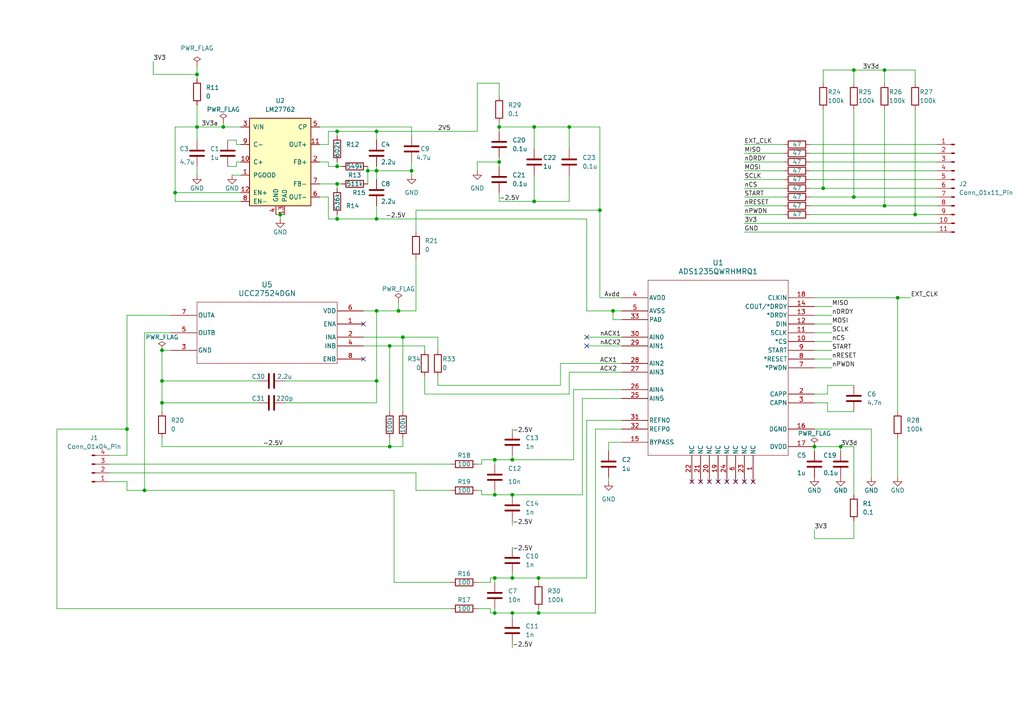
<source format=kicad_sch>
(kicad_sch (version 20230121) (generator eeschema)
  (paper "A4")
  (title_block (title "Analog conditioning and filtering measurements") (company "LAAS - CNRS"))
  (lib_symbols
    (symbol "ADS1235_Q1:ADS1235QWRHMRQ1" (pin_names (offset 0.254))
      (property "Reference" "U1" (at 27.94 10.16 0))
      (property "Value" "ADS1235QWRHMRQ1" (at 27.94 7.62 0))
      (symbol "ADS1235QWRHMRQ1_0_1"
        (polyline (pts (xy 7.62 -45.72) (xy 48.26 -45.72)) (stroke (width 0.127)))
        (polyline (pts (xy 7.62 5.08) (xy 7.62 -45.72)) (stroke (width 0.127)))
        (polyline (pts (xy 48.26 -45.72) (xy 48.26 5.08)) (stroke (width 0.127)))
        (polyline (pts (xy 48.26 5.08) (xy 7.62 5.08)) (stroke (width 0.127)))
        (pin unspecified line (at 0 -41.91 0) (length 7.62) (name "BYPASS") (number "15"))
        (pin input line (at 55.88 0 180) (length 7.62) (name "CLKIN") (number "18"))
      )
      (symbol "ADS1235QWRHMRQ1_1_1"
        (pin no_connect line (at 38.1 -53.34 90) (length 7.62) (name "NC") (number "1"))
        (pin input line (at 55.88 -12.7 180) (length 7.62) (name "*CS") (number "10"))
        (pin input line (at 55.88 -10.16 180) (length 7.62) (name "SCLK") (number "11"))
        (pin input line (at 55.88 -7.62 180) (length 7.62) (name "DIN") (number "12"))
        (pin output line (at 55.88 -5.08 180) (length 7.62) (name "*DRDY") (number "13"))
        (pin output line (at 55.88 -2.54 180) (length 7.62) (name "COUT/*DRDY") (number "14"))
        (pin power_in line (at 55.88 -38.1 180) (length 7.62) (name "DGND") (number "16"))
        (pin power_in line (at 55.88 -43.18 180) (length 7.62) (name "DVDD") (number "17"))
        (pin no_connect line (at 27.94 -53.34 90) (length 7.62) (name "NC") (number "19"))
        (pin unspecified line (at 55.88 -27.94 180) (length 7.62) (name "CAPP") (number "2"))
        (pin no_connect line (at 25.4 -53.34 90) (length 7.62) (name "NC") (number "20"))
        (pin no_connect line (at 22.86 -53.34 90) (length 7.62) (name "NC") (number "21"))
        (pin no_connect line (at 20.32 -53.34 90) (length 7.62) (name "NC") (number "22"))
        (pin no_connect line (at 35.56 -53.34 90) (length 7.62) (name "NC") (number "23"))
        (pin no_connect line (at 30.48 -53.34 90) (length 7.62) (name "NC") (number "24"))
        (pin unspecified line (at 0 -29.21 0) (length 7.62) (name "AIN5") (number "25"))
        (pin unspecified line (at 0 -26.67 0) (length 7.62) (name "AIN4") (number "26"))
        (pin unspecified line (at 0 -21.59 0) (length 7.62) (name "AIN3") (number "27"))
        (pin unspecified line (at 0 -19.05 0) (length 7.62) (name "AIN2") (number "28"))
        (pin unspecified line (at 0 -13.97 0) (length 7.62) (name "AIN1") (number "29"))
        (pin unspecified line (at 55.88 -30.48 180) (length 7.62) (name "CAPN") (number "3"))
        (pin unspecified line (at 0 -11.43 0) (length 7.62) (name "AIN0") (number "30"))
        (pin unspecified line (at 0 -35.56 0) (length 7.62) (name "REFN0") (number "31"))
        (pin unspecified line (at 0 -38.1 0) (length 7.62) (name "REFP0") (number "32"))
        (pin unspecified line (at 0 -6.35 0) (length 7.62) (name "PAD") (number "33"))
        (pin unspecified line (at 0 0 0) (length 7.62) (name "AVDD") (number "4"))
        (pin unspecified line (at 0 -3.81 0) (length 7.62) (name "AVSS") (number "5"))
        (pin no_connect line (at 33.02 -53.34 90) (length 7.62) (name "NC") (number "6"))
        (pin input line (at 55.88 -20.32 180) (length 7.62) (name "*PWDN") (number "7"))
        (pin input line (at 55.88 -17.78 180) (length 7.62) (name "*RESET") (number "8"))
        (pin input line (at 55.88 -15.24 180) (length 7.62) (name "START") (number "9"))
      )
    )
    (symbol "Connector:Conn_01x04_Pin" (pin_names (offset 1.016) hide)
      (property "Reference" "J1" (at 0.635 7.62 0))
      (property "Value" "Conn_01x04_Pin" (at 0.635 5.08 0))
      (symbol "Conn_01x04_Pin_1_1"
        (polyline (pts (xy 1.27 -5.08) (xy 0.8636 -5.08)) (stroke (width 0.1524)))
        (polyline (pts (xy 1.27 -2.54) (xy 0.8636 -2.54)) (stroke (width 0.1524)))
        (polyline (pts (xy 1.27 0) (xy 0.8636 0)) (stroke (width 0.1524)))
        (polyline (pts (xy 1.27 2.54) (xy 0.8636 2.54)) (stroke (width 0.1524)))
        (rectangle (start 0.8636 -4.953) (end 0 -5.207) (stroke (width 0.1524)) (fill (type outline)))
        (rectangle (start 0.8636 -2.413) (end 0 -2.667) (stroke (width 0.1524)) (fill (type outline)))
        (rectangle (start 0.8636 0.127) (end 0 -0.127) (stroke (width 0.1524)) (fill (type outline)))
        (rectangle (start 0.8636 2.667) (end 0 2.413) (stroke (width 0.1524)) (fill (type outline)))
        (pin passive line (at 5.08 -5.08 180) (length 3.81) (name "Pin_1") (number "1"))
        (pin passive line (at 5.08 -2.54 180) (length 3.81) (name "Pin_2") (number "2"))
        (pin passive line (at 5.08 0 180) (length 3.81) (name "Pin_3") (number "3"))
        (pin passive line (at 5.08 2.54 180) (length 3.81) (name "Pin_4") (number "4"))
      )
    )
    (symbol "Connector:Conn_01x11_Pin" (pin_names (offset 1.016) hide)
      (property "Reference" "J" (at 0 15.24 0))
      (property "Value" "Conn_01x11_Pin" (at 0 -15.24 0))
      (symbol "Conn_01x11_Pin_1_1"
        (polyline (pts (xy 1.27 -12.7) (xy 0.8636 -12.7)) (stroke (width 0.1524)))
        (polyline (pts (xy 1.27 -10.16) (xy 0.8636 -10.16)) (stroke (width 0.1524)))
        (polyline (pts (xy 1.27 -7.62) (xy 0.8636 -7.62)) (stroke (width 0.1524)))
        (polyline (pts (xy 1.27 -5.08) (xy 0.8636 -5.08)) (stroke (width 0.1524)))
        (polyline (pts (xy 1.27 -2.54) (xy 0.8636 -2.54)) (stroke (width 0.1524)))
        (polyline (pts (xy 1.27 0) (xy 0.8636 0)) (stroke (width 0.1524)))
        (polyline (pts (xy 1.27 2.54) (xy 0.8636 2.54)) (stroke (width 0.1524)))
        (polyline (pts (xy 1.27 5.08) (xy 0.8636 5.08)) (stroke (width 0.1524)))
        (polyline (pts (xy 1.27 7.62) (xy 0.8636 7.62)) (stroke (width 0.1524)))
        (polyline (pts (xy 1.27 10.16) (xy 0.8636 10.16)) (stroke (width 0.1524)))
        (polyline (pts (xy 1.27 12.7) (xy 0.8636 12.7)) (stroke (width 0.1524)))
        (rectangle (start 0.8636 -12.573) (end 0 -12.827) (stroke (width 0.1524)) (fill (type outline)))
        (rectangle (start 0.8636 -10.033) (end 0 -10.287) (stroke (width 0.1524)) (fill (type outline)))
        (rectangle (start 0.8636 -7.493) (end 0 -7.747) (stroke (width 0.1524)) (fill (type outline)))
        (rectangle (start 0.8636 -4.953) (end 0 -5.207) (stroke (width 0.1524)) (fill (type outline)))
        (rectangle (start 0.8636 -2.413) (end 0 -2.667) (stroke (width 0.1524)) (fill (type outline)))
        (rectangle (start 0.8636 0.127) (end 0 -0.127) (stroke (width 0.1524)) (fill (type outline)))
        (rectangle (start 0.8636 2.667) (end 0 2.413) (stroke (width 0.1524)) (fill (type outline)))
        (rectangle (start 0.8636 5.207) (end 0 4.953) (stroke (width 0.1524)) (fill (type outline)))
        (rectangle (start 0.8636 7.747) (end 0 7.493) (stroke (width 0.1524)) (fill (type outline)))
        (rectangle (start 0.8636 10.287) (end 0 10.033) (stroke (width 0.1524)) (fill (type outline)))
        (rectangle (start 0.8636 12.827) (end 0 12.573) (stroke (width 0.1524)) (fill (type outline)))
        (pin passive line (at 5.08 12.7 180) (length 3.81) (name "Pin_1") (number "1"))
        (pin passive line (at 5.08 -10.16 180) (length 3.81) (name "Pin_10") (number "10"))
        (pin passive line (at 5.08 -12.7 180) (length 3.81) (name "Pin_11") (number "11"))
        (pin passive line (at 5.08 10.16 180) (length 3.81) (name "Pin_2") (number "2"))
        (pin passive line (at 5.08 7.62 180) (length 3.81) (name "Pin_3") (number "3"))
        (pin passive line (at 5.08 5.08 180) (length 3.81) (name "Pin_4") (number "4"))
        (pin passive line (at 5.08 2.54 180) (length 3.81) (name "Pin_5") (number "5"))
        (pin passive line (at 5.08 0 180) (length 3.81) (name "Pin_6") (number "6"))
        (pin passive line (at 5.08 -2.54 180) (length 3.81) (name "Pin_7") (number "7"))
        (pin passive line (at 5.08 -5.08 180) (length 3.81) (name "Pin_8") (number "8"))
        (pin passive line (at 5.08 -7.62 180) (length 3.81) (name "Pin_9") (number "9"))
      )
    )
    (symbol "Device:C" (pin_numbers hide) (pin_names (offset 0.254))
      (property "Reference" "C" (at 0.635 2.54 0))
      (property "Value" "C" (at 0.635 -2.54 0))
      (symbol "C_0_1"
        (polyline (pts (xy -2.032 -0.762) (xy 2.032 -0.762)) (stroke (width 0.508)))
        (polyline (pts (xy -2.032 0.762) (xy 2.032 0.762)) (stroke (width 0.508)))
      )
      (symbol "C_1_1"
        (pin passive line (at 0 3.81 270) (length 2.794) (name "~") (number "1"))
        (pin passive line (at 0 -3.81 90) (length 2.794) (name "~") (number "2"))
      )
    )
    (symbol "Device:R" (pin_numbers hide) (pin_names (offset 0))
      (property "Reference" "R" (at 2.032 0 90))
      (property "Value" "R" (at 0 0 90))
      (symbol "R_0_1"
        (rectangle (start -1.016 -2.54) (end 1.016 2.54) (stroke (width 0.254)))
      )
      (symbol "R_1_1"
        (pin passive line (at 0 3.81 270) (length 1.27) (name "~") (number "1"))
        (pin passive line (at 0 -3.81 90) (length 1.27) (name "~") (number "2"))
      )
    )
    (symbol "Regulator_SwitchedCapacitor:LM27762" (pin_names (offset 1.016))
      (property "Reference" "U2" (at 1.27 12.7 0))
      (property "Value" "LM27762" (at 1.27 10.16 0))
      (symbol "LM27762_0_1"
        (rectangle (start -7.62 7.62) (end 10.16 -17.78) (stroke (width 0.254)) (fill (type background)))
      )
      (symbol "LM27762_1_1"
        (pin power_out line (at -10.16 -8.89 0) (length 2.54) (name "PGOOD") (number "1"))
        (pin passive line (at -10.16 -5.08 0) (length 2.54) (name "C+") (number "10"))
        (pin power_out line (at 12.7 0 180) (length 2.54) (name "OUT+") (number "11"))
        (pin input line (at -10.16 -13.97 0) (length 2.54) (name "EN+") (number "12"))
        (pin power_in line (at 2.54 -20.32 90) (length 2.54) (name "PAD") (number "13"))
        (pin input line (at 12.7 -5.08 180) (length 2.54) (name "FB+") (number "2"))
        (pin power_in line (at -10.16 5.08 0) (length 2.54) (name "VIN") (number "3"))
        (pin power_in line (at 0 -20.32 90) (length 2.54) (name "GND") (number "4"))
        (pin passive line (at 12.7 5.08 180) (length 2.54) (name "CP") (number "5"))
        (pin power_out line (at 12.7 -15.24 180) (length 2.54) (name "OUT-") (number "6"))
        (pin input line (at 12.7 -11.43 180) (length 2.54) (name "FB-") (number "7"))
        (pin input line (at -10.16 -16.51 0) (length 2.54) (name "EN-") (number "8"))
        (pin passive line (at -10.16 0 0) (length 2.54) (name "C-") (number "9"))
      )
    )
    (symbol "UCC27524DR:UCC27524DGN" (pin_names (offset 0.254))
      (property "Reference" "U5" (at 27.94 10.16 0))
      (property "Value" "UCC27524DGN" (at 27.94 7.62 0))
      (symbol "UCC27524DGN_0_1"
        (polyline (pts (xy 7.62 -12.7) (xy 48.26 -12.7)) (stroke (width 0.127)))
        (polyline (pts (xy 7.62 5.08) (xy 7.62 -12.7)) (stroke (width 0.127)))
        (polyline (pts (xy 48.26 -12.7) (xy 48.26 5.08)) (stroke (width 0.127)))
        (polyline (pts (xy 48.26 5.08) (xy 7.62 5.08)) (stroke (width 0.127)))
        (pin power_in line (at 0 -8.89 0) (length 7.62) (name "GND") (number "3"))
        (pin power_in line (at 55.88 2.54 180) (length 7.62) (name "VDD") (number "6"))
        (pin input line (at 55.88 -11.43 180) (length 7.62) (name "ENB") (number "8"))
      )
      (symbol "UCC27524DGN_1_1"
        (pin input line (at 55.88 -1.27 180) (length 7.62) (name "ENA") (number "1"))
        (pin input line (at 55.88 -5.08 180) (length 7.62) (name "INA") (number "2"))
        (pin input line (at 55.88 -7.62 180) (length 7.62) (name "INB") (number "4"))
        (pin output line (at 0 -3.81 0) (length 7.62) (name "OUTB") (number "5"))
        (pin output line (at 0 1.27 0) (length 7.62) (name "OUTA") (number "7"))
      )
    )
    (symbol "power:GND" (power) (pin_names (offset 0))
      (property "Value" "GND" (at 0 -3.81 0))
      (symbol "GND_0_1"
        (polyline (pts (xy 0 0) (xy 0 -1.27) (xy 1.27 -1.27) (xy 0 -2.54) (xy -1.27 -1.27) (xy 0 -1.27)))
      )
      (symbol "GND_1_1"
        (pin power_in line (at 0 0 270) (length 0) hide (name "GND") (number "1"))
      )
    )
    (symbol "power:PWR_FLAG" (power) (pin_numbers hide) (pin_names (offset 0) hide)
      (property "Value" "PWR_FLAG" (at 0 3.81 0))
      (symbol "PWR_FLAG_0_0"
        (pin power_out line (at 0 0 90) (length 0) (name "pwr") (number "1"))
      )
      (symbol "PWR_FLAG_0_1"
        (polyline (pts (xy 0 0) (xy 0 1.27) (xy -1.016 1.905) (xy 0 2.54) (xy 1.016 1.905) (xy 0 1.27)))
      )
    )
  )
  (junction (at 57.15 21.59))
  (junction (at 143.51 143.51))
  (junction (at 148.59 133.35))
  (junction (at 46.99 101.6))
  (junction (at 243.84 129.54))
  (junction (at 156.21 167.64))
  (junction (at 143.51 133.35))
  (junction (at 144.78 46.99))
  (junction (at 97.79 53.34))
  (junction (at 46.99 116.84))
  (junction (at 115.57 90.17))
  (junction (at 113.03 129.54))
  (junction (at 177.8 90.17))
  (junction (at 144.78 36.83))
  (junction (at 109.22 38.1))
  (junction (at 109.22 63.5))
  (junction (at 256.54 59.69))
  (junction (at 154.94 58.42))
  (junction (at 260.35 86.36))
  (junction (at 97.79 38.1))
  (junction (at 154.94 36.83))
  (junction (at 173.99 60.96))
  (junction (at 236.22 129.54))
  (junction (at 81.28 62.23))
  (junction (at 148.59 167.64))
  (junction (at 113.03 100.33))
  (junction (at 106.68 49.53))
  (junction (at 109.22 49.53))
  (junction (at 238.76 54.61))
  (junction (at 247.65 57.15))
  (junction (at 148.59 143.51))
  (junction (at 247.65 20.32))
  (junction (at 116.84 97.79))
  (junction (at 97.79 48.26))
  (junction (at 265.43 62.23))
  (junction (at 57.15 36.83))
  (junction (at 165.1 36.83))
  (junction (at 256.54 20.32))
  (junction (at 46.99 110.49))
  (junction (at 36.83 124.46))
  (junction (at 119.38 49.53))
  (junction (at 143.51 177.8))
  (junction (at 64.77 36.83))
  (junction (at 143.51 167.64))
  (junction (at 97.79 63.5))
  (junction (at 41.91 142.24))
  (junction (at 109.22 90.17))
  (junction (at 156.21 177.8))
  (junction (at 148.59 177.8))
  (junction (at 50.8 55.88))
  (junction (at 109.22 110.49))
  (no_connect (at 218.44 139.7))
  (no_connect (at 203.2 139.7))
  (no_connect (at 200.66 139.7))
  (no_connect (at 210.82 139.7))
  (no_connect (at 170.18 100.33))
  (no_connect (at 205.74 139.7))
  (no_connect (at 213.36 139.7))
  (no_connect (at 105.41 93.98))
  (no_connect (at 215.9 139.7))
  (no_connect (at 208.28 139.7))
  (no_connect (at 105.41 104.14))
  (no_connect (at 170.18 97.79))
  (wire (pts (xy 138.43 46.99) (xy 138.43 49.53)))
  (wire (pts (xy 236.22 99.06) (xy 241.3 99.06)))
  (wire (pts (xy 67.31 50.8) (xy 69.85 50.8)))
  (wire (pts (xy 234.95 44.45) (xy 271.78 44.45)))
  (wire (pts (xy 109.22 38.1) (xy 109.22 40.64)))
  (wire (pts (xy 97.79 48.26) (xy 99.06 48.26)))
  (wire (pts (xy 46.99 127) (xy 46.99 129.54)))
  (wire (pts (xy 165.1 36.83) (xy 165.1 43.18)))
  (wire (pts (xy 138.43 24.13) (xy 144.78 24.13)))
  (wire (pts (xy 180.34 92.71) (xy 177.8 92.71)))
  (wire (pts (xy 154.94 50.8) (xy 154.94 58.42)))
  (wire (pts (xy 156.21 177.8) (xy 172.72 177.8)))
  (wire (pts (xy 41.91 96.52) (xy 41.91 142.24)))
  (wire (pts (xy 95.25 57.15) (xy 92.71 57.15)))
  (wire (pts (xy 236.22 156.21) (xy 247.65 156.21)))
  (wire (pts (xy 95.25 48.26) (xy 97.79 48.26)))
  (wire (pts (xy 144.78 46.99) (xy 138.43 46.99)))
  (wire (pts (xy 172.72 124.46) (xy 180.34 124.46)))
  (wire (pts (xy 144.78 58.42) (xy 154.94 58.42)))
  (wire (pts (xy 113.03 127) (xy 113.03 129.54)))
  (wire (pts (xy 177.8 90.17) (xy 177.8 92.71)))
  (wire (pts (xy 139.7 143.51) (xy 139.7 142.24)))
  (wire (pts (xy 236.22 130.81) (xy 236.22 129.54)))
  (wire (pts (xy 236.22 93.98) (xy 241.3 93.98)))
  (wire (pts (xy 148.59 133.35) (xy 166.37 133.35)))
  (wire (pts (xy 148.59 132.08) (xy 148.59 133.35)))
  (wire (pts (xy 46.99 110.49) (xy 46.99 116.84)))
  (wire (pts (xy 173.99 36.83) (xy 173.99 60.96)))
  (wire (pts (xy 156.21 167.64) (xy 170.18 167.64)))
  (wire (pts (xy 109.22 38.1) (xy 138.43 38.1)))
  (wire (pts (xy 81.28 62.23) (xy 81.28 63.5)))
  (wire (pts (xy 142.24 167.64) (xy 142.24 168.91)))
  (wire (pts (xy 16.51 176.53) (xy 16.51 124.46)))
  (wire (pts (xy 95.25 46.99) (xy 92.71 46.99)))
  (wire (pts (xy 243.84 130.81) (xy 243.84 129.54)))
  (wire (pts (xy 240.03 111.76) (xy 247.65 111.76)))
  (wire (pts (xy 165.1 50.8) (xy 165.1 58.42)))
  (wire (pts (xy 256.54 31.75) (xy 256.54 59.69)))
  (wire (pts (xy 95.25 57.15) (xy 95.25 63.5)))
  (wire (pts (xy 74.93 116.84) (xy 46.99 116.84)))
  (wire (pts (xy 180.34 128.27) (xy 176.53 128.27)))
  (wire (pts (xy 109.22 63.5) (xy 170.18 63.5)))
  (wire (pts (xy 57.15 36.83) (xy 57.15 40.64)))
  (wire (pts (xy 180.34 115.57) (xy 168.91 115.57)))
  (wire (pts (xy 64.77 35.56) (xy 64.77 36.83)))
  (wire (pts (xy 106.68 49.53) (xy 106.68 53.34)))
  (wire (pts (xy 69.85 41.91) (xy 68.58 41.91)))
  (wire (pts (xy 148.59 187.96) (xy 148.59 186.69)))
  (wire (pts (xy 68.58 48.26) (xy 68.58 46.99)))
  (wire (pts (xy 234.95 52.07) (xy 271.78 52.07)))
  (wire (pts (xy 215.9 57.15) (xy 227.33 57.15)))
  (wire (pts (xy 49.53 91.44) (xy 36.83 91.44)))
  (wire (pts (xy 144.78 55.88) (xy 144.78 58.42)))
  (wire (pts (xy 256.54 59.69) (xy 271.78 59.69)))
  (wire (pts (xy 144.78 35.56) (xy 144.78 36.83)))
  (wire (pts (xy 238.76 54.61) (xy 271.78 54.61)))
  (wire (pts (xy 236.22 153.67) (xy 236.22 156.21)))
  (wire (pts (xy 95.25 38.1) (xy 97.79 38.1)))
  (wire (pts (xy 92.71 41.91) (xy 95.25 41.91)))
  (wire (pts (xy 180.34 121.92) (xy 170.18 121.92)))
  (wire (pts (xy 143.51 177.8) (xy 143.51 176.53)))
  (wire (pts (xy 143.51 177.8) (xy 148.59 177.8)))
  (wire (pts (xy 64.77 36.83) (xy 57.15 36.83)))
  (wire (pts (xy 215.9 44.45) (xy 227.33 44.45)))
  (wire (pts (xy 252.73 124.46) (xy 252.73 138.43)))
  (wire (pts (xy 120.65 67.31) (xy 120.65 60.96)))
  (wire (pts (xy 240.03 116.84) (xy 240.03 119.38)))
  (wire (pts (xy 95.25 63.5) (xy 97.79 63.5)))
  (wire (pts (xy 69.85 36.83) (xy 64.77 36.83)))
  (wire (pts (xy 31.75 137.16) (xy 120.65 137.16)))
  (wire (pts (xy 154.94 36.83) (xy 165.1 36.83)))
  (wire (pts (xy 109.22 48.26) (xy 109.22 49.53)))
  (wire (pts (xy 180.34 113.03) (xy 166.37 113.03)))
  (wire (pts (xy 92.71 36.83) (xy 119.38 36.83)))
  (wire (pts (xy 109.22 49.53) (xy 109.22 52.07)))
  (wire (pts (xy 106.68 48.26) (xy 106.68 49.53)))
  (wire (pts (xy 148.59 152.4) (xy 148.59 151.13)))
  (wire (pts (xy 247.65 151.13) (xy 247.65 156.21)))
  (wire (pts (xy 247.65 20.32) (xy 238.76 20.32)))
  (wire (pts (xy 265.43 62.23) (xy 271.78 62.23)))
  (wire (pts (xy 148.59 179.07) (xy 148.59 177.8)))
  (wire (pts (xy 115.57 90.17) (xy 120.65 90.17)))
  (wire (pts (xy 139.7 133.35) (xy 143.51 133.35)))
  (wire (pts (xy 243.84 129.54) (xy 247.65 129.54)))
  (wire (pts (xy 36.83 91.44) (xy 36.83 124.46)))
  (wire (pts (xy 109.22 110.49) (xy 109.22 116.84)))
  (wire (pts (xy 256.54 20.32) (xy 256.54 24.13)))
  (wire (pts (xy 105.41 97.79) (xy 116.84 97.79)))
  (wire (pts (xy 177.8 90.17) (xy 180.34 90.17)))
  (wire (pts (xy 41.91 142.24) (xy 114.3 142.24)))
  (wire (pts (xy 143.51 167.64) (xy 143.51 168.91)))
  (wire (pts (xy 236.22 101.6) (xy 241.3 101.6)))
  (wire (pts (xy 176.53 128.27) (xy 176.53 130.81)))
  (wire (pts (xy 49.53 101.6) (xy 46.99 101.6)))
  (wire (pts (xy 114.3 168.91) (xy 130.81 168.91)))
  (wire (pts (xy 109.22 116.84) (xy 82.55 116.84)))
  (wire (pts (xy 46.99 101.6) (xy 46.99 110.49)))
  (wire (pts (xy 215.9 54.61) (xy 227.33 54.61)))
  (wire (pts (xy 173.99 60.96) (xy 173.99 86.36)))
  (wire (pts (xy 143.51 143.51) (xy 148.59 143.51)))
  (wire (pts (xy 106.68 49.53) (xy 109.22 49.53)))
  (wire (pts (xy 109.22 90.17) (xy 115.57 90.17)))
  (wire (pts (xy 97.79 48.26) (xy 97.79 46.99)))
  (wire (pts (xy 260.35 138.43) (xy 260.35 127)))
  (wire (pts (xy 236.22 88.9) (xy 241.3 88.9)))
  (wire (pts (xy 148.59 167.64) (xy 156.21 167.64)))
  (wire (pts (xy 143.51 143.51) (xy 143.51 142.24)))
  (wire (pts (xy 50.8 55.88) (xy 50.8 58.42)))
  (wire (pts (xy 234.95 41.91) (xy 271.78 41.91)))
  (wire (pts (xy 236.22 86.36) (xy 260.35 86.36)))
  (wire (pts (xy 215.9 59.69) (xy 227.33 59.69)))
  (wire (pts (xy 142.24 168.91) (xy 138.43 168.91)))
  (wire (pts (xy 16.51 176.53) (xy 130.81 176.53)))
  (wire (pts (xy 116.84 97.79) (xy 127 97.79)))
  (wire (pts (xy 234.95 54.61) (xy 238.76 54.61)))
  (wire (pts (xy 143.51 167.64) (xy 148.59 167.64)))
  (wire (pts (xy 256.54 20.32) (xy 247.65 20.32)))
  (wire (pts (xy 114.3 142.24) (xy 114.3 168.91)))
  (wire (pts (xy 31.75 134.62) (xy 130.81 134.62)))
  (wire (pts (xy 127 97.79) (xy 127 101.6)))
  (wire (pts (xy 109.22 59.69) (xy 109.22 63.5)))
  (wire (pts (xy 105.41 100.33) (xy 113.03 100.33)))
  (wire (pts (xy 170.18 97.79) (xy 180.34 97.79)))
  (wire (pts (xy 260.35 86.36) (xy 264.16 86.36)))
  (wire (pts (xy 119.38 46.99) (xy 119.38 49.53)))
  (wire (pts (xy 57.15 30.48) (xy 57.15 36.83)))
  (wire (pts (xy 143.51 133.35) (xy 143.51 134.62)))
  (wire (pts (xy 215.9 52.07) (xy 227.33 52.07)))
  (wire (pts (xy 68.58 41.91) (xy 68.58 40.64)))
  (wire (pts (xy 236.22 116.84) (xy 240.03 116.84)))
  (wire (pts (xy 57.15 19.05) (xy 57.15 21.59)))
  (wire (pts (xy 148.59 124.46) (xy 148.59 125.73)))
  (wire (pts (xy 170.18 90.17) (xy 177.8 90.17)))
  (wire (pts (xy 215.9 67.31) (xy 271.78 67.31)))
  (wire (pts (xy 172.72 177.8) (xy 172.72 124.46)))
  (wire (pts (xy 31.75 139.7) (xy 36.83 139.7)))
  (wire (pts (xy 123.19 100.33) (xy 123.19 101.6)))
  (wire (pts (xy 236.22 124.46) (xy 252.73 124.46)))
  (wire (pts (xy 234.95 59.69) (xy 256.54 59.69)))
  (wire (pts (xy 127 111.76) (xy 162.56 111.76)))
  (wire (pts (xy 109.22 90.17) (xy 109.22 110.49)))
  (wire (pts (xy 234.95 57.15) (xy 247.65 57.15)))
  (wire (pts (xy 154.94 58.42) (xy 165.1 58.42)))
  (wire (pts (xy 162.56 105.41) (xy 162.56 111.76)))
  (wire (pts (xy 123.19 109.22) (xy 123.19 114.3)))
  (wire (pts (xy 97.79 54.61) (xy 97.79 53.34)))
  (wire (pts (xy 36.83 124.46) (xy 36.83 132.08)))
  (wire (pts (xy 95.25 48.26) (xy 95.25 46.99)))
  (wire (pts (xy 215.9 62.23) (xy 227.33 62.23)))
  (wire (pts (xy 156.21 176.53) (xy 156.21 177.8)))
  (wire (pts (xy 144.78 36.83) (xy 154.94 36.83)))
  (wire (pts (xy 170.18 121.92) (xy 170.18 167.64)))
  (wire (pts (xy 166.37 133.35) (xy 166.37 113.03)))
  (wire (pts (xy 120.65 60.96) (xy 173.99 60.96)))
  (wire (pts (xy 97.79 53.34) (xy 99.06 53.34)))
  (wire (pts (xy 120.65 142.24) (xy 130.81 142.24)))
  (wire (pts (xy 109.22 49.53) (xy 119.38 49.53)))
  (wire (pts (xy 234.95 49.53) (xy 271.78 49.53)))
  (wire (pts (xy 170.18 90.17) (xy 170.18 63.5)))
  (wire (pts (xy 139.7 133.35) (xy 139.7 134.62)))
  (wire (pts (xy 46.99 110.49) (xy 74.93 110.49)))
  (wire (pts (xy 148.59 144.78) (xy 148.59 143.51)))
  (wire (pts (xy 247.65 143.51) (xy 247.65 129.54)))
  (wire (pts (xy 81.28 62.23) (xy 82.55 62.23)))
  (wire (pts (xy 97.79 38.1) (xy 109.22 38.1)))
  (wire (pts (xy 69.85 58.42) (xy 50.8 58.42)))
  (wire (pts (xy 165.1 36.83) (xy 173.99 36.83)))
  (wire (pts (xy 66.04 48.26) (xy 68.58 48.26)))
  (wire (pts (xy 236.22 114.3) (xy 240.03 114.3)))
  (wire (pts (xy 165.1 107.95) (xy 180.34 107.95)))
  (wire (pts (xy 236.22 129.54) (xy 243.84 129.54)))
  (wire (pts (xy 247.65 20.32) (xy 247.65 24.13)))
  (wire (pts (xy 31.75 132.08) (xy 36.83 132.08)))
  (wire (pts (xy 144.78 27.94) (xy 144.78 24.13)))
  (wire (pts (xy 240.03 119.38) (xy 247.65 119.38)))
  (wire (pts (xy 236.22 104.14) (xy 241.3 104.14)))
  (wire (pts (xy 144.78 45.72) (xy 144.78 46.99)))
  (wire (pts (xy 142.24 176.53) (xy 138.43 176.53)))
  (wire (pts (xy 57.15 21.59) (xy 57.15 22.86)))
  (wire (pts (xy 119.38 49.53) (xy 119.38 50.8)))
  (wire (pts (xy 36.83 142.24) (xy 41.91 142.24)))
  (wire (pts (xy 142.24 177.8) (xy 143.51 177.8)))
  (wire (pts (xy 115.57 87.63) (xy 115.57 90.17)))
  (wire (pts (xy 139.7 143.51) (xy 143.51 143.51)))
  (wire (pts (xy 143.51 133.35) (xy 148.59 133.35)))
  (wire (pts (xy 119.38 36.83) (xy 119.38 39.37)))
  (wire (pts (xy 265.43 20.32) (xy 256.54 20.32)))
  (wire (pts (xy 170.18 100.33) (xy 180.34 100.33)))
  (wire (pts (xy 168.91 143.51) (xy 168.91 115.57)))
  (wire (pts (xy 176.53 138.43) (xy 176.53 139.7)))
  (wire (pts (xy 236.22 91.44) (xy 241.3 91.44)))
  (wire (pts (xy 46.99 116.84) (xy 46.99 119.38)))
  (wire (pts (xy 234.95 46.99) (xy 271.78 46.99)))
  (wire (pts (xy 260.35 86.36) (xy 260.35 119.38)))
  (wire (pts (xy 66.04 40.64) (xy 68.58 40.64)))
  (wire (pts (xy 113.03 100.33) (xy 113.03 119.38)))
  (wire (pts (xy 162.56 105.41) (xy 180.34 105.41)))
  (wire (pts (xy 265.43 31.75) (xy 265.43 62.23)))
  (wire (pts (xy 46.99 129.54) (xy 113.03 129.54)))
  (wire (pts (xy 97.79 38.1) (xy 97.79 39.37)))
  (wire (pts (xy 173.99 86.36) (xy 180.34 86.36)))
  (wire (pts (xy 234.95 62.23) (xy 265.43 62.23)))
  (wire (pts (xy 142.24 177.8) (xy 142.24 176.53)))
  (wire (pts (xy 57.15 21.59) (xy 44.45 21.59)))
  (wire (pts (xy 142.24 167.64) (xy 143.51 167.64)))
  (wire (pts (xy 120.65 90.17) (xy 120.65 74.93)))
  (wire (pts (xy 113.03 129.54) (xy 116.84 129.54)))
  (wire (pts (xy 215.9 46.99) (xy 227.33 46.99)))
  (wire (pts (xy 127 109.22) (xy 127 111.76)))
  (wire (pts (xy 154.94 36.83) (xy 154.94 43.18)))
  (wire (pts (xy 95.25 41.91) (xy 95.25 38.1)))
  (wire (pts (xy 144.78 36.83) (xy 144.78 38.1)))
  (wire (pts (xy 148.59 177.8) (xy 156.21 177.8)))
  (wire (pts (xy 97.79 63.5) (xy 109.22 63.5)))
  (wire (pts (xy 139.7 134.62) (xy 138.43 134.62)))
  (wire (pts (xy 97.79 63.5) (xy 97.79 62.23)))
  (wire (pts (xy 156.21 167.64) (xy 156.21 168.91)))
  (wire (pts (xy 44.45 17.78) (xy 44.45 21.59)))
  (wire (pts (xy 247.65 57.15) (xy 271.78 57.15)))
  (wire (pts (xy 41.91 96.52) (xy 49.53 96.52)))
  (wire (pts (xy 57.15 48.26) (xy 57.15 50.8)))
  (wire (pts (xy 240.03 114.3) (xy 240.03 111.76)))
  (wire (pts (xy 265.43 24.13) (xy 265.43 20.32)))
  (wire (pts (xy 236.22 96.52) (xy 241.3 96.52)))
  (wire (pts (xy 238.76 31.75) (xy 238.76 54.61)))
  (wire (pts (xy 238.76 20.32) (xy 238.76 24.13)))
  (wire (pts (xy 148.59 158.75) (xy 148.59 160.02)))
  (wire (pts (xy 165.1 107.95) (xy 165.1 114.3)))
  (wire (pts (xy 148.59 166.37) (xy 148.59 167.64)))
  (wire (pts (xy 82.55 110.49) (xy 109.22 110.49)))
  (wire (pts (xy 69.85 55.88) (xy 50.8 55.88)))
  (wire (pts (xy 148.59 143.51) (xy 168.91 143.51)))
  (wire (pts (xy 236.22 106.68) (xy 241.3 106.68)))
  (wire (pts (xy 215.9 49.53) (xy 227.33 49.53)))
  (wire (pts (xy 50.8 55.88) (xy 50.8 36.83)))
  (wire (pts (xy 247.65 31.75) (xy 247.65 57.15)))
  (wire (pts (xy 68.58 46.99) (xy 69.85 46.99)))
  (wire (pts (xy 116.84 127) (xy 116.84 129.54)))
  (wire (pts (xy 113.03 100.33) (xy 123.19 100.33)))
  (wire (pts (xy 50.8 36.83) (xy 57.15 36.83)))
  (wire (pts (xy 215.9 64.77) (xy 271.78 64.77)))
  (wire (pts (xy 120.65 137.16) (xy 120.65 142.24)))
  (wire (pts (xy 80.01 62.23) (xy 81.28 62.23)))
  (wire (pts (xy 139.7 142.24) (xy 138.43 142.24)))
  (wire (pts (xy 105.41 90.17) (xy 109.22 90.17)))
  (wire (pts (xy 215.9 41.91) (xy 227.33 41.91)))
  (wire (pts (xy 36.83 139.7) (xy 36.83 142.24)))
  (wire (pts (xy 92.71 53.34) (xy 97.79 53.34)))
  (wire (pts (xy 123.19 114.3) (xy 165.1 114.3)))
  (wire (pts (xy 138.43 38.1) (xy 138.43 24.13)))
  (wire (pts (xy 16.51 124.46) (xy 36.83 124.46)))
  (wire (pts (xy 116.84 97.79) (xy 116.84 119.38)))
  (wire (pts (xy 144.78 46.99) (xy 144.78 48.26)))
  (label "-2.5V" (at 148.59 125.73 0))
  (label "GND" (at 215.9 67.31 0))
  (label "nCS" (at 241.3 99.06 0))
  (label "MOSI" (at 241.3 93.98 0))
  (label "SCLK" (at 241.3 96.52 0))
  (label "nPWDN" (at 241.3 106.68 0))
  (label "ACX2" (at 173.99 107.95 0))
  (label "nPWDN" (at 215.9 62.23 0))
  (label "nDRDY" (at 215.9 46.99 0))
  (label "3V3d" (at 250.19 20.32 0))
  (label "-2.5V" (at 111.76 63.5 0))
  (label "2V5" (at 127 38.1 0))
  (label "nDRDY" (at 241.3 91.44 0))
  (label "nACX2" (at 173.99 100.33 0))
  (label "nCS" (at 215.9 54.61 0))
  (label "EXT_CLK" (at 264.16 86.36 0))
  (label "EXT_CLK" (at 215.9 41.91 0))
  (label "MISO" (at 215.9 44.45 0))
  (label "Avdd" (at 175.26 86.36 0))
  (label "3V3" (at 236.22 153.67 0))
  (label "-2.5V" (at 76.2 129.54 0))
  (label "3V3" (at 44.45 17.78 0))
  (label "-2.5V" (at 144.78 58.42 0))
  (label "MISO" (at 241.3 88.9 0))
  (label "nRESET" (at 215.9 59.69 0))
  (label "START" (at 215.9 57.15 0))
  (label "nACX1" (at 173.99 97.79 0))
  (label "3V3d" (at 243.84 129.54 0))
  (label "3V3a" (at 58.42 36.83 0))
  (label "3V3" (at 215.9 64.77 0))
  (label "-2.5V" (at 148.59 187.96 0))
  (label "-2.5V" (at 148.59 160.02 0))
  (label "ACX1" (at 173.99 105.41 0))
  (label "MOSI" (at 215.9 49.53 0))
  (label "nRESET" (at 241.3 104.14 0))
  (label "START" (at 241.3 101.6 0))
  (label "SCLK" (at 215.9 52.07 0))
  (label "-2.5V" (at 148.59 152.4 0))
  (symbol (lib_id "Device:R") (at 256.54 27.94 0) (unit 1)
    (property "Reference" "R26" (at 257.81 26.67 0) (effects (justify left)))
    (property "Value" "100k" (at 257.81 29.21 0) (effects (justify left)))
    (property "Footprint" "Resistor_SMD:R_0402_1005Metric" (effects hide))
  )
  (symbol (lib_id "UCC27524DR:UCC27524DGN") (at 49.53 92.71 0) (unit 1)
    (property "Reference" "U5" (at 77.47 82.55 0) (effects (font (size 1.524 1.524))))
    (property "Value" "UCC27524DGN" (at 77.47 85.09 0) (effects (font (size 1.524 1.524))))
    (property "Footprint" "UCC27524:DGN8" (effects hide))
    (property "Datasheet" "UCC27524DGN" (effects hide))
  )
  (symbol (lib_id "Device:R") (at 134.62 142.24 90) (unit 1)
    (property "Reference" "R19" (at 134.62 139.7 90))
    (property "Value" "100" (at 134.62 142.24 90))
    (property "Footprint" "Resistor_SMD:R_0402_1005Metric" (effects hide))
  )
  (symbol (lib_id "Regulator_SwitchedCapacitor:LM27762") (at 80.01 41.91 0) (unit 1)
    (property "Reference" "U2" (at 81.28 29.21 0))
    (property "Value" "LM27762" (at 81.28 31.75 0))
    (property "Footprint" "Package_SON:WSON-12-1EP_3x2mm_P0.5mm_EP1x2.65_ThermalVias" (effects hide))
    (property "Datasheet" "http://www.ti.com/lit/ds/symlink/lm27762.pdf" (effects hide))
  )
  (symbol (lib_id "Device:C") (at 78.74 116.84 90) (unit 1)
    (property "Reference" "C31" (at 74.93 115.57 90))
    (property "Value" "220p" (at 82.55 115.57 90))
    (property "Footprint" "Capacitor_SMD:C_0402_1005Metric" (effects hide))
  )
  (symbol (lib_id "Device:R") (at 265.43 27.94 0) (unit 1)
    (property "Reference" "R27" (at 266.7 26.67 0) (effects (justify left)))
    (property "Value" "100k" (at 266.7 29.21 0) (effects (justify left)))
    (property "Footprint" "Resistor_SMD:R_0402_1005Metric" (effects hide))
  )
  (symbol (lib_id "Device:R") (at 231.14 57.15 90) (unit 1)
    (property "Reference" "R9" (effects hide))
    (property "Value" "47" (at 231.14 57.15 90))
    (property "Footprint" "Resistor_SMD:R_0402_1005Metric" (effects hide))
  )
  (symbol (lib_id "Device:C") (at 144.78 41.91 0) (unit 1)
    (property "Reference" "C20" (at 148.59 40.64 0) (effects (justify left)))
    (property "Value" "0.1u" (at 148.59 43.18 0) (effects (justify left)))
    (property "Footprint" "Capacitor_SMD:C_0402_1005Metric" (effects hide))
  )
  (symbol (lib_id "Device:R") (at 231.14 54.61 90) (unit 1)
    (property "Reference" "R6" (effects hide))
    (property "Value" "47" (at 231.14 54.61 90))
    (property "Footprint" "Resistor_SMD:R_0402_1005Metric" (effects hide))
  )
  (symbol (lib_id "Device:R") (at 231.14 59.69 90) (unit 1)
    (property "Reference" "R8" (effects hide))
    (property "Value" "47" (at 231.14 59.69 90))
    (property "Footprint" "Resistor_SMD:R_0402_1005Metric" (effects hide))
  )
  (symbol (lib_id "Device:R") (at 134.62 168.91 90) (unit 1)
    (property "Reference" "R16" (at 134.62 166.37 90))
    (property "Value" "100" (at 134.62 168.91 90))
    (property "Footprint" "Resistor_SMD:R_0402_1005Metric" (effects hide))
  )
  (symbol (lib_id "Device:R") (at 231.14 49.53 90) (unit 1)
    (property "Reference" "R4" (effects hide))
    (property "Value" "47" (at 231.14 49.53 90))
    (property "Footprint" "Resistor_SMD:R_0402_1005Metric" (effects hide))
  )
  (symbol (lib_id "Device:C") (at 148.59 147.32 0) (unit 1)
    (property "Reference" "C14" (at 152.4 146.05 0) (effects (justify left)))
    (property "Value" "1n" (at 152.4 148.59 0) (effects (justify left)))
    (property "Footprint" "Capacitor_SMD:C_0402_1005Metric" (effects hide))
  )
  (symbol (lib_id "Device:C") (at 236.22 134.62 0) (unit 1)
    (property "Reference" "C5" (at 231.14 132.08 0) (effects (justify left)))
    (property "Value" "1u" (at 231.14 137.16 0) (effects (justify left)))
    (property "Footprint" "Capacitor_SMD:C_0402_1005Metric" (effects hide))
  )
  (symbol (lib_id "Device:R") (at 231.14 44.45 90) (unit 1)
    (property "Reference" "R3" (effects hide))
    (property "Value" "47" (at 231.14 44.45 90))
    (property "Footprint" "Resistor_SMD:R_0402_1005Metric" (effects hide))
  )
  (symbol (lib_id "Device:R") (at 113.03 123.19 180) (unit 1)
    (property "Reference" "R36" (effects hide))
    (property "Value" "100k" (at 113.03 125.73 90) (effects (justify right)))
    (property "Footprint" "Resistor_SMD:R_0402_1005Metric" (effects hide))
  )
  (symbol (lib_id "Device:R") (at 97.79 58.42 0) (unit 1)
    (property "Reference" "R14" (at 100.33 59.69 0) (effects (justify left)))
    (property "Value" "536k" (at 97.79 60.96 90) (effects (justify left)))
    (property "Footprint" "Resistor_SMD:R_0402_1005Metric" (effects hide))
  )
  (symbol (lib_id "power:GND") (at 243.84 138.43 0) (unit 1)
    (property "Reference" "#PWR018" (effects hide))
    (property "Value" "GND" (at 243.84 142.24 0))
  )
  (symbol (lib_id "Device:R") (at 127 105.41 180) (unit 1)
    (property "Reference" "R33" (at 128.27 104.14 0) (effects (justify right)))
    (property "Value" "0" (at 128.27 106.68 0) (effects (justify right)))
    (property "Footprint" "Resistor_SMD:R_0402_1005Metric" (effects hide))
  )
  (symbol (lib_id "Device:R") (at 46.99 123.19 0) (unit 1)
    (property "Reference" "R20" (at 49.53 121.92 0) (effects (justify left)))
    (property "Value" "0" (at 49.53 124.46 0) (effects (justify left)))
    (property "Footprint" "Resistor_SMD:R_0402_1005Metric" (effects hide))
  )
  (symbol (lib_id "power:GND") (at 236.22 138.43 0) (unit 1)
    (property "Reference" "#PWR08" (effects hide))
    (property "Value" "GND" (at 236.22 142.24 0))
  )
  (symbol (lib_id "Device:R") (at 57.15 26.67 0) (unit 1)
    (property "Reference" "R11" (at 59.69 25.4 0) (effects (justify left)))
    (property "Value" "0" (at 59.69 27.94 0) (effects (justify left)))
    (property "Footprint" "Resistor_SMD:R_0402_1005Metric" (effects hide))
  )
  (symbol (lib_id "power:PWR_FLAG") (at 46.99 101.6 0) (unit 1)
    (property "Reference" "#FLG03" (effects hide))
    (property "Value" "PWR_FLAG" (at 46.99 97.79 0))
  )
  (symbol (lib_id "Device:C") (at 243.84 134.62 0) (unit 1)
    (property "Reference" "C19" (at 238.76 132.08 0) (effects (justify left)))
    (property "Value" "0.1u" (at 238.76 137.16 0) (effects (justify left)))
    (property "Footprint" "Capacitor_SMD:C_0402_1005Metric" (effects hide))
  )
  (symbol (lib_id "Device:R") (at 231.14 62.23 90) (unit 1)
    (property "Reference" "R10" (effects hide))
    (property "Value" "47" (at 231.14 62.23 90))
    (property "Footprint" "Resistor_SMD:R_0402_1005Metric" (effects hide))
  )
  (symbol (lib_id "Device:C") (at 109.22 55.88 0) (unit 1)
    (property "Reference" "C8" (at 110.49 53.34 0) (effects (justify left)))
    (property "Value" "2.2u" (at 110.49 58.42 0) (effects (justify left)))
    (property "Footprint" "Capacitor_SMD:C_0402_1005Metric" (effects hide))
  )
  (symbol (lib_id "Device:R") (at 238.76 27.94 0) (unit 1)
    (property "Reference" "R24" (at 240.03 26.67 0) (effects (justify left)))
    (property "Value" "100k" (at 240.03 29.21 0) (effects (justify left)))
    (property "Footprint" "Resistor_SMD:R_0402_1005Metric" (effects hide))
  )
  (symbol (lib_id "Device:R") (at 134.62 134.62 90) (unit 1)
    (property "Reference" "R18" (at 134.62 132.08 90))
    (property "Value" "100" (at 134.62 134.62 90))
    (property "Footprint" "Resistor_SMD:R_0402_1005Metric" (effects hide))
  )
  (symbol (lib_id "power:PWR_FLAG") (at 115.57 87.63 0) (unit 1)
    (property "Reference" "#FLG04" (effects hide))
    (property "Value" "PWR_FLAG" (at 115.57 83.82 0))
  )
  (symbol (lib_id "Device:R") (at 247.65 147.32 0) (unit 1)
    (property "Reference" "R1" (at 250.19 146.05 0) (effects (justify left)))
    (property "Value" "0.1" (at 250.19 148.59 0) (effects (justify left)))
    (property "Footprint" "Resistor_SMD:R_0402_1005Metric" (effects hide))
  )
  (symbol (lib_id "power:GND") (at 260.35 138.43 0) (unit 1)
    (property "Reference" "#PWR07" (effects hide))
    (property "Value" "GND" (at 260.35 142.24 0))
  )
  (symbol (lib_id "power:PWR_FLAG") (at 64.77 35.56 0) (unit 1)
    (property "Reference" "#FLG01" (effects hide))
    (property "Value" "PWR_FLAG" (at 64.77 31.75 0))
  )
  (symbol (lib_id "Device:C") (at 143.51 172.72 0) (unit 1)
    (property "Reference" "C7" (at 147.32 171.45 0) (effects (justify left)))
    (property "Value" "10n" (at 147.32 173.99 0) (effects (justify left)))
    (property "Footprint" "Capacitor_SMD:C_0402_1005Metric" (effects hide))
  )
  (symbol (lib_id "power:GND") (at 119.38 50.8 0) (unit 1)
    (property "Reference" "#PWR014" (effects hide))
    (property "Value" "GND" (at 119.38 55.88 0))
  )
  (symbol (lib_id "Device:R") (at 231.14 52.07 90) (unit 1)
    (property "Reference" "R5" (effects hide))
    (property "Value" "47" (at 231.14 52.07 90))
    (property "Footprint" "Resistor_SMD:R_0402_1005Metric" (effects hide))
  )
  (symbol (lib_id "Device:R") (at 231.14 41.91 90) (unit 1)
    (property "Reference" "R7" (effects hide))
    (property "Value" "47" (at 231.14 41.91 90))
    (property "Footprint" "Resistor_SMD:R_0402_1005Metric" (effects hide))
  )
  (symbol (lib_id "Device:C") (at 78.74 110.49 90) (unit 1)
    (property "Reference" "C30" (at 74.93 109.22 90))
    (property "Value" "2.2u" (at 82.55 109.22 90))
    (property "Footprint" "Capacitor_SMD:C_0402_1005Metric" (effects hide))
  )
  (symbol (lib_id "Device:R") (at 134.62 176.53 90) (unit 1)
    (property "Reference" "R17" (at 134.62 173.99 90))
    (property "Value" "100" (at 134.62 176.53 90))
    (property "Footprint" "Resistor_SMD:R_0402_1005Metric" (effects hide))
  )
  (symbol (lib_id "Device:R") (at 102.87 48.26 90) (unit 1)
    (property "Reference" "R13" (at 102.87 50.8 90))
    (property "Value" "549k" (at 102.87 48.26 90))
    (property "Footprint" "Resistor_SMD:R_0402_1005Metric" (effects hide))
  )
  (symbol (lib_id "power:GND") (at 176.53 139.7 0) (unit 1)
    (property "Reference" "#PWR05" (effects hide))
    (property "Value" "GND" (at 176.53 144.78 0))
  )
  (symbol (lib_id "Device:C") (at 109.22 44.45 0) (unit 1)
    (property "Reference" "C4" (at 110.49 41.91 0) (effects (justify left)))
    (property "Value" "2.2u" (at 110.49 46.99 0) (effects (justify left)))
    (property "Footprint" "Capacitor_SMD:C_0402_1005Metric" (effects hide))
  )
  (symbol (lib_id "power:PWR_FLAG") (at 57.15 19.05 0) (unit 1)
    (property "Reference" "#FLG02" (effects hide))
    (property "Value" "PWR_FLAG" (at 57.15 13.97 0))
  )
  (symbol (lib_id "Device:R") (at 247.65 27.94 0) (unit 1)
    (property "Reference" "R25" (at 248.92 26.67 0) (effects (justify left)))
    (property "Value" "100k" (at 248.92 29.21 0) (effects (justify left)))
    (property "Footprint" "Resistor_SMD:R_0402_1005Metric" (effects hide))
  )
  (symbol (lib_id "Device:R") (at 97.79 43.18 0) (unit 1)
    (property "Reference" "R12" (at 100.33 41.91 0) (effects (justify left)))
    (property "Value" "602k" (at 97.79 45.72 90) (effects (justify left)))
    (property "Footprint" "Resistor_SMD:R_0402_1005Metric" (effects hide))
  )
  (symbol (lib_id "power:GND") (at 81.28 63.5 0) (unit 1)
    (property "Reference" "#PWR013" (effects hide))
    (property "Value" "GND" (at 81.28 67.31 0))
  )
  (symbol (lib_id "Device:R") (at 102.87 53.34 90) (unit 1)
    (property "Reference" "R15" (at 104.14 55.88 90))
    (property "Value" "511k" (at 102.87 53.34 90))
    (property "Footprint" "Resistor_SMD:R_0402_1005Metric" (effects hide))
  )
  (symbol (lib_id "Device:C") (at 148.59 128.27 0) (unit 1)
    (property "Reference" "C13" (at 152.4 127 0) (effects (justify left)))
    (property "Value" "1n" (at 152.4 129.54 0) (effects (justify left)))
    (property "Footprint" "Capacitor_SMD:C_0402_1005Metric" (effects hide))
  )
  (symbol (lib_id "power:GND") (at 67.31 50.8 0) (unit 1)
    (property "Reference" "#PWR06" (effects hide))
    (property "Value" "GND" (at 67.31 54.61 0))
  )
  (symbol (lib_id "Connector:Conn_01x11_Pin") (at 276.86 54.61 0) (mirror y) (unit 1)
    (property "Reference" "J2" (at 278.13 53.34 0) (effects (justify right)))
    (property "Value" "Conn_01x11_Pin" (at 278.13 55.88 0) (effects (justify right)))
    (property "Footprint" "Connector_PinHeader_1.27mm:PinHeader_1x11_P1.27mm_Vertical" (effects hide))
  )
  (symbol (lib_id "Device:C") (at 148.59 162.56 0) (unit 1)
    (property "Reference" "C10" (at 152.4 161.29 0) (effects (justify left)))
    (property "Value" "1n" (at 152.4 163.83 0) (effects (justify left)))
    (property "Footprint" "Capacitor_SMD:C_0402_1005Metric" (effects hide))
  )
  (symbol (lib_id "Device:R") (at 123.19 105.41 180) (unit 1)
    (property "Reference" "R34" (at 118.11 104.14 0) (effects (justify right)))
    (property "Value" "0" (at 120.65 106.68 0) (effects (justify right)))
    (property "Footprint" "Resistor_SMD:R_0402_1005Metric" (effects hide))
  )
  (symbol (lib_id "power:PWR_FLAG") (at 236.22 129.54 0) (unit 1)
    (property "Reference" "#FLG05" (effects hide))
    (property "Value" "PWR_FLAG" (at 236.22 125.73 0))
  )
  (symbol (lib_id "Connector:Conn_01x04_Pin") (at 26.67 134.62 0) (unit 1)
    (property "Reference" "J1" (at 27.305 127 0))
    (property "Value" "Conn_01x04_Pin" (at 27.305 129.54 0))
    (property "Footprint" "Connector_Hirose:Hirose_DF13-04P-1.25DS_1x04_P1.25mm_Horizontal" (effects hide))
  )
  (symbol (lib_id "Device:R") (at 231.14 46.99 90) (unit 1)
    (property "Reference" "R2" (effects hide))
    (property "Value" "47" (at 231.14 46.99 90))
    (property "Footprint" "Resistor_SMD:R_0402_1005Metric" (effects hide))
  )
  (symbol (lib_id "Device:C") (at 57.15 44.45 0) (unit 1)
    (property "Reference" "C3" (at 52.07 43.18 0) (effects (justify left)))
    (property "Value" "4.7u" (at 52.07 46.99 0) (effects (justify left)))
    (property "Footprint" "Capacitor_SMD:C_0402_1005Metric" (effects hide))
  )
  (symbol (lib_id "Device:C") (at 144.78 52.07 0) (unit 1)
    (property "Reference" "C21" (at 148.59 50.8 0) (effects (justify left)))
    (property "Value" "0.1u" (at 148.59 53.34 0) (effects (justify left)))
    (property "Footprint" "Capacitor_SMD:C_0402_1005Metric" (effects hide))
  )
  (symbol (lib_id "Device:C") (at 143.51 138.43 0) (unit 1)
    (property "Reference" "C12" (at 147.32 135.89 0) (effects (justify left)))
    (property "Value" "10n" (at 147.32 139.7 0) (effects (justify left)))
    (property "Footprint" "Capacitor_SMD:C_0402_1005Metric" (effects hide))
  )
  (symbol (lib_id "Device:R") (at 260.35 123.19 0) (unit 1)
    (property "Reference" "R28" (at 262.89 121.92 0) (effects (justify left)))
    (property "Value" "100k" (at 262.89 124.46 0) (effects (justify left)))
    (property "Footprint" "Resistor_SMD:R_0402_1005Metric" (effects hide))
  )
  (symbol (lib_id "power:GND") (at 57.15 50.8 0) (unit 1)
    (property "Reference" "#PWR020" (effects hide))
    (property "Value" "GND" (at 57.15 54.61 0))
  )
  (symbol (lib_id "Device:C") (at 66.04 44.45 0) (unit 1)
    (property "Reference" "C1" (at 60.96 43.18 0) (effects (justify left)))
    (property "Value" "1u" (at 60.96 45.72 0) (effects (justify left)))
    (property "Footprint" "Capacitor_SMD:C_0402_1005Metric" (effects hide))
  )
  (symbol (lib_id "Device:R") (at 144.78 31.75 0) (unit 1)
    (property "Reference" "R29" (at 147.32 30.48 0) (effects (justify left)))
    (property "Value" "0.1" (at 147.32 33.02 0) (effects (justify left)))
    (property "Footprint" "Resistor_SMD:R_0402_1005Metric" (effects hide))
  )
  (symbol (lib_id "power:GND") (at 138.43 49.53 0) (unit 1)
    (property "Reference" "#PWR021" (effects hide))
    (property "Value" "GND" (at 138.43 54.61 0))
  )
  (symbol (lib_id "Device:C") (at 148.59 182.88 0) (unit 1)
    (property "Reference" "C11" (at 152.4 181.61 0) (effects (justify left)))
    (property "Value" "1n" (at 152.4 184.15 0) (effects (justify left)))
    (property "Footprint" "Capacitor_SMD:C_0402_1005Metric" (effects hide))
  )
  (symbol (lib_id "Device:C") (at 119.38 43.18 0) (unit 1)
    (property "Reference" "C9" (at 121.92 43.18 0) (effects (justify left)))
    (property "Value" "4.7u" (at 120.65 45.72 0) (effects (justify left)))
    (property "Footprint" "Capacitor_SMD:C_0402_1005Metric" (effects hide))
  )
  (symbol (lib_id "ADS1235_Q1:ADS1235QWRHMRQ1") (at 180.34 86.36 0) (unit 1)
    (property "Reference" "U1" (at 208.28 76.2 0) (effects (font (size 1.524 1.524))))
    (property "Value" "ADS1235QWRHMRQ1" (at 208.28 78.74 0) (effects (font (size 1.524 1.524))))
    (property "Footprint" "ADS1235-Q1:RHM0032A_VQFNP_TEX" (effects hide))
    (property "Datasheet" "ADS1235QWRHMRQ1" (effects hide))
  )
  (symbol (lib_id "Device:R") (at 120.65 71.12 0) (unit 1)
    (property "Reference" "R21" (at 123.19 69.85 0) (effects (justify left)))
    (property "Value" "0" (at 123.19 72.39 0) (effects (justify left)))
    (property "Footprint" "Resistor_SMD:R_0402_1005Metric" (effects hide))
  )
  (symbol (lib_id "Device:C") (at 176.53 134.62 0) (unit 1)
    (property "Reference" "C2" (at 180.34 133.35 0) (effects (justify left)))
    (property "Value" "1u" (at 180.34 135.89 0) (effects (justify left)))
    (property "Footprint" "Capacitor_SMD:C_0402_1005Metric" (effects hide))
  )
  (symbol (lib_id "Device:C") (at 165.1 46.99 0) (unit 1)
    (property "Reference" "C23" (at 168.91 45.72 0) (effects (justify left)))
    (property "Value" "0.1u" (at 168.91 48.26 0) (effects (justify left)))
    (property "Footprint" "Capacitor_SMD:C_0402_1005Metric" (effects hide))
  )
  (symbol (lib_id "Device:R") (at 116.84 123.19 180) (unit 1)
    (property "Reference" "R35" (effects hide))
    (property "Value" "100k" (at 116.84 125.73 90) (effects (justify right)))
    (property "Footprint" "Resistor_SMD:R_0402_1005Metric" (effects hide))
  )
  (symbol (lib_id "Device:R") (at 156.21 172.72 0) (unit 1)
    (property "Reference" "R30" (at 158.75 171.45 0) (effects (justify left)))
    (property "Value" "100k" (at 158.75 173.99 0) (effects (justify left)))
    (property "Footprint" "Resistor_SMD:R_0402_1005Metric" (effects hide))
  )
  (symbol (lib_id "Device:C") (at 154.94 46.99 0) (unit 1)
    (property "Reference" "C22" (at 157.48 45.72 0) (effects (justify left)))
    (property "Value" "1u" (at 157.48 48.26 0) (effects (justify left)))
    (property "Footprint" "Capacitor_SMD:C_0402_1005Metric" (effects hide))
  )
  (symbol (lib_id "power:GND") (at 252.73 138.43 0) (unit 1)
    (property "Reference" "#PWR04" (effects hide))
    (property "Value" "GND" (at 252.73 142.24 0))
  )
  (symbol (lib_id "Device:C") (at 247.65 115.57 180) (unit 1)
    (property "Reference" "C6" (at 251.46 114.3 0) (effects (justify right)))
    (property "Value" "4.7n" (at 251.46 116.84 0) (effects (justify right)))
    (property "Footprint" "Capacitor_SMD:C_0402_1005Metric" (effects hide))
  )
)
</source>
